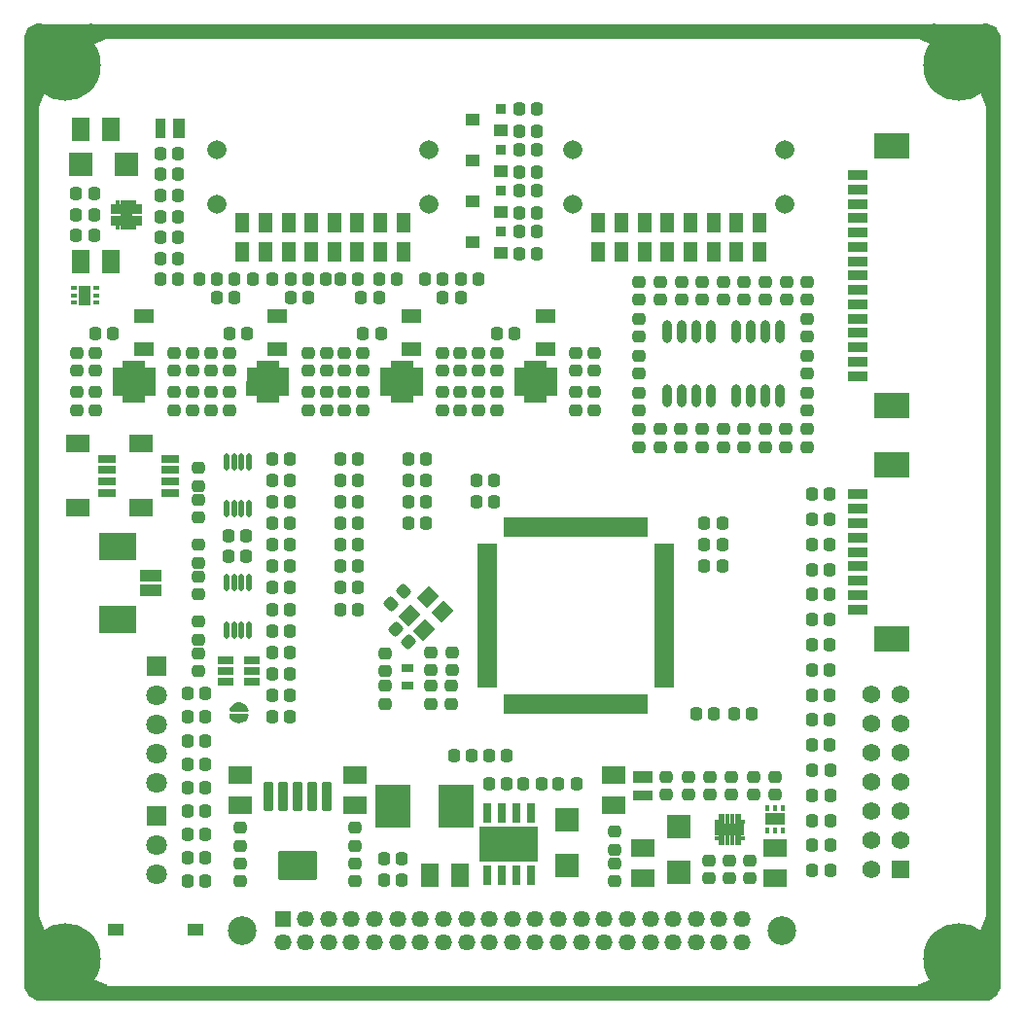
<source format=gts>
G04*
G04 #@! TF.GenerationSoftware,Altium Limited,Altium Designer,24.1.2 (44)*
G04*
G04 Layer_Color=8388736*
%FSLAX44Y44*%
%MOMM*%
G71*
G04*
G04 #@! TF.SameCoordinates,46EE98F9-B04D-4FF8-9067-437AE8063CF7*
G04*
G04*
G04 #@! TF.FilePolarity,Negative*
G04*
G01*
G75*
%ADD23C,1.2300*%
%ADD55R,0.9500X0.9000*%
G04:AMPARAMS|DCode=69|XSize=1.1532mm|YSize=1.0532mm|CornerRadius=0.3141mm|HoleSize=0mm|Usage=FLASHONLY|Rotation=180.000|XOffset=0mm|YOffset=0mm|HoleType=Round|Shape=RoundedRectangle|*
%AMROUNDEDRECTD69*
21,1,1.1532,0.4250,0,0,180.0*
21,1,0.5250,1.0532,0,0,180.0*
1,1,0.6282,-0.2625,0.2125*
1,1,0.6282,0.2625,0.2125*
1,1,0.6282,0.2625,-0.2125*
1,1,0.6282,-0.2625,-0.2125*
%
%ADD69ROUNDEDRECTD69*%
G04:AMPARAMS|DCode=70|XSize=1.1532mm|YSize=1.0532mm|CornerRadius=0.3141mm|HoleSize=0mm|Usage=FLASHONLY|Rotation=90.000|XOffset=0mm|YOffset=0mm|HoleType=Round|Shape=RoundedRectangle|*
%AMROUNDEDRECTD70*
21,1,1.1532,0.4250,0,0,90.0*
21,1,0.5250,1.0532,0,0,90.0*
1,1,0.6282,0.2125,0.2625*
1,1,0.6282,0.2125,-0.2625*
1,1,0.6282,-0.2125,-0.2625*
1,1,0.6282,-0.2125,0.2625*
%
%ADD70ROUNDEDRECTD70*%
%ADD71R,1.4032X1.0032*%
%ADD72R,1.4032X0.8032*%
%ADD73O,0.4500X1.5000*%
%ADD74R,1.7032X1.2032*%
%ADD75R,0.8532X0.4532*%
%ADD76R,0.4532X0.8532*%
%ADD77R,0.8532X0.4318*%
%ADD78R,0.9032X1.2032*%
%ADD79R,0.8532X0.5032*%
%ADD80O,0.8032X2.0032*%
%ADD81R,3.1532X3.7032*%
%ADD82R,0.5032X2.6032*%
%ADD83R,0.8532X0.5032*%
%ADD84R,1.6032X2.0032*%
%ADD85R,3.3020X2.4130*%
%ADD86R,1.9050X1.0160*%
%ADD87R,1.6494X0.7604*%
%ADD88R,2.1050X1.4954*%
%ADD89R,2.0032X1.6032*%
%ADD90R,1.7016X1.1016*%
%ADD91R,0.4016X0.5516*%
%ADD92R,2.0032X2.0032*%
%ADD93R,5.1032X3.1532*%
G04:AMPARAMS|DCode=94|XSize=0.9032mm|YSize=2.6032mm|CornerRadius=0.1506mm|HoleSize=0mm|Usage=FLASHONLY|Rotation=0.000|XOffset=0mm|YOffset=0mm|HoleType=Round|Shape=RoundedRectangle|*
%AMROUNDEDRECTD94*
21,1,0.9032,2.3020,0,0,0.0*
21,1,0.6020,2.6032,0,0,0.0*
1,1,0.3012,0.3010,-1.1510*
1,1,0.3012,-0.3010,-1.1510*
1,1,0.3012,-0.3010,1.1510*
1,1,0.3012,0.3010,1.1510*
%
%ADD94ROUNDEDRECTD94*%
G04:AMPARAMS|DCode=95|XSize=3.4032mm|YSize=2.6032mm|CornerRadius=0.1496mm|HoleSize=0mm|Usage=FLASHONLY|Rotation=0.000|XOffset=0mm|YOffset=0mm|HoleType=Round|Shape=RoundedRectangle|*
%AMROUNDEDRECTD95*
21,1,3.4032,2.3040,0,0,0.0*
21,1,3.1040,2.6032,0,0,0.0*
1,1,0.2992,1.5520,-1.1520*
1,1,0.2992,-1.5520,-1.1520*
1,1,0.2992,-1.5520,1.1520*
1,1,0.2992,1.5520,1.1520*
%
%ADD95ROUNDEDRECTD95*%
%ADD96R,1.7272X0.5334*%
%ADD97R,0.5334X1.7272*%
G04:AMPARAMS|DCode=98|XSize=1.3032mm|YSize=1.5032mm|CornerRadius=0mm|HoleSize=0mm|Usage=FLASHONLY|Rotation=135.000|XOffset=0mm|YOffset=0mm|HoleType=Round|Shape=Rectangle|*
%AMROTATEDRECTD98*
4,1,4,0.9922,0.0707,-0.0707,-0.9922,-0.9922,-0.0707,0.0707,0.9922,0.9922,0.0707,0.0*
%
%ADD98ROTATEDRECTD98*%

%ADD99R,1.2032X1.7032*%
%ADD100R,1.1532X1.1032*%
%ADD101R,1.7524X0.9524*%
%ADD102R,3.1524X2.2524*%
%ADD103R,1.1032X0.8032*%
%ADD104R,0.5516X0.4016*%
%ADD105R,1.1016X1.7016*%
%ADD106R,2.0032X2.0032*%
G04:AMPARAMS|DCode=107|XSize=1.1532mm|YSize=1.0532mm|CornerRadius=0.3141mm|HoleSize=0mm|Usage=FLASHONLY|Rotation=45.000|XOffset=0mm|YOffset=0mm|HoleType=Round|Shape=RoundedRectangle|*
%AMROUNDEDRECTD107*
21,1,1.1532,0.4250,0,0,45.0*
21,1,0.5250,1.0532,0,0,45.0*
1,1,0.6282,0.3359,0.0354*
1,1,0.6282,-0.0354,-0.3359*
1,1,0.6282,-0.3359,-0.0354*
1,1,0.6282,0.0354,0.3359*
%
%ADD107ROUNDEDRECTD107*%
G04:AMPARAMS|DCode=108|XSize=1.1532mm|YSize=1.0532mm|CornerRadius=0.3141mm|HoleSize=0mm|Usage=FLASHONLY|Rotation=315.000|XOffset=0mm|YOffset=0mm|HoleType=Round|Shape=RoundedRectangle|*
%AMROUNDEDRECTD108*
21,1,1.1532,0.4250,0,0,315.0*
21,1,0.5250,1.0532,0,0,315.0*
1,1,0.6282,0.0354,-0.3359*
1,1,0.6282,-0.3359,0.0354*
1,1,0.6282,-0.0354,0.3359*
1,1,0.6282,0.3359,-0.0354*
%
%ADD108ROUNDEDRECTD108*%
%ADD109R,1.7032X1.0032*%
%ADD110R,1.7032X0.9032*%
%ADD111R,2.6032X0.5032*%
%ADD112R,0.5032X0.8532*%
%ADD113R,1.0032X1.7032*%
%ADD114R,0.9032X1.7032*%
%ADD115C,2.5032*%
%ADD116R,1.4612X1.4612*%
%ADD117C,1.4612*%
%ADD118C,1.6612*%
%ADD119C,1.5732*%
%ADD120R,1.5732X1.5732*%
%ADD121C,1.8032*%
%ADD122R,1.8032X1.8032*%
%ADD123C,1.2032*%
%ADD124C,6.2032*%
G36*
X72652Y837497D02*
X60031Y831958D01*
X36000Y840539D01*
X16444Y833556D01*
X9461Y814000D01*
X18041Y789969D01*
X12503Y777348D01*
X203Y791409D01*
X5264Y814000D01*
X203Y836591D01*
X11965Y837935D01*
Y837959D01*
X12003Y837997D01*
X12077Y837997D01*
X13409Y849797D01*
X36000Y844736D01*
X58591Y849797D01*
X72652Y837497D01*
D02*
G37*
G36*
X837941Y838035D02*
X837959D01*
X837997Y837997D01*
X837997Y837914D01*
X849803Y836551D01*
X849736Y835727D01*
X849535Y834425D01*
X847394Y824422D01*
X844868Y814000D01*
X847394Y803578D01*
X849535Y793575D01*
X849736Y792273D01*
X849803Y791449D01*
X837503Y777355D01*
X831991Y789993D01*
X840533Y814000D01*
X834066Y832174D01*
X832200Y834040D01*
X814000Y840539D01*
X789968Y831958D01*
X777347Y837496D01*
X791408Y849797D01*
X814000Y844736D01*
X836592Y849797D01*
X837941Y838035D01*
D02*
G37*
G36*
X454968Y550608D02*
X463723Y550607D01*
Y526070D01*
X463714Y526061D01*
X454968D01*
X454972Y526057D01*
X454970Y519971D01*
X435443Y519972D01*
Y526070D01*
X426672Y526070D01*
X426697Y550609D01*
X435443Y550609D01*
Y556704D01*
X454968D01*
Y550608D01*
D02*
G37*
G36*
X338429D02*
X347184Y550607D01*
Y526070D01*
X347175Y526061D01*
X338429D01*
X338433Y526057D01*
X338431Y519971D01*
X318904Y519972D01*
Y526070D01*
X310133Y526070D01*
X310158Y550609D01*
X318904Y550609D01*
Y556704D01*
X338429D01*
Y550608D01*
D02*
G37*
G36*
X105350D02*
X114105Y550607D01*
Y526070D01*
X114096Y526061D01*
X105350D01*
X105354Y526057D01*
X105352Y519971D01*
X85826Y519972D01*
Y526070D01*
X77054Y526070D01*
X77079Y550609D01*
X85826Y550609D01*
Y556704D01*
X105350D01*
Y550608D01*
D02*
G37*
G36*
X221867Y550571D02*
X230623Y550570D01*
Y526033D01*
X230613Y526024D01*
X221867D01*
X221871Y526020D01*
X221870Y519934D01*
X202343Y519935D01*
Y526033D01*
X193571Y526033D01*
X193596Y550572D01*
X202343Y550572D01*
Y556667D01*
X221867D01*
Y550571D01*
D02*
G37*
G36*
X187517Y259100D02*
X187520Y259100D01*
X187583Y259095D01*
X187646Y259091D01*
X187649Y259090D01*
X187652Y259090D01*
X188672Y258950D01*
X188675Y258949D01*
X188678Y258949D01*
X188740Y258936D01*
X188802Y258923D01*
X188805Y258922D01*
X188808Y258922D01*
X189798Y258643D01*
X189801Y258642D01*
X189804Y258641D01*
X189864Y258620D01*
X189924Y258599D01*
X189927Y258598D01*
X189930Y258596D01*
X190873Y258186D01*
X190875Y258184D01*
X190878Y258183D01*
X190934Y258154D01*
X190991Y258125D01*
X190994Y258123D01*
X190996Y258121D01*
X191874Y257586D01*
X191877Y257584D01*
X191880Y257582D01*
X191931Y257546D01*
X191983Y257509D01*
X191986Y257507D01*
X191988Y257505D01*
X192785Y256854D01*
X192787Y256852D01*
X192790Y256851D01*
X192836Y256807D01*
X192882Y256764D01*
X192884Y256761D01*
X192887Y256759D01*
X193587Y256006D01*
X193589Y256004D01*
X193591Y256001D01*
X193631Y255952D01*
X193671Y255903D01*
X193673Y255900D01*
X193675Y255898D01*
X194266Y255056D01*
X194268Y255053D01*
X194270Y255051D01*
X194303Y254995D01*
X194335Y254942D01*
X194336Y254939D01*
X194338Y254937D01*
X194809Y254022D01*
X194810Y254019D01*
X194811Y254016D01*
X194836Y253960D01*
X194862Y253900D01*
X194863Y253897D01*
X194864Y253894D01*
X195205Y252924D01*
X195206Y252921D01*
X195207Y252918D01*
X195224Y252856D01*
X195241Y252795D01*
X195242Y252792D01*
X195242Y252789D01*
X195345Y252285D01*
X195350Y252250D01*
X195357Y252215D01*
X195359Y252184D01*
X195363Y252153D01*
X195364Y252118D01*
X195366Y252082D01*
X195364Y252051D01*
X195364Y252020D01*
X195359Y251984D01*
X195357Y251949D01*
X195351Y251919D01*
X195347Y251888D01*
X195338Y251853D01*
X195331Y251818D01*
X195321Y251789D01*
X195313Y251759D01*
X195300Y251726D01*
X195288Y251692D01*
X195275Y251664D01*
X195263Y251636D01*
X195245Y251605D01*
X195229Y251573D01*
X195212Y251547D01*
X195197Y251520D01*
X195175Y251492D01*
X195155Y251462D01*
X195135Y251439D01*
X195117Y251414D01*
X195091Y251389D01*
X195068Y251362D01*
X195044Y251341D01*
X195023Y251320D01*
X194995Y251298D01*
X194967Y251274D01*
X194942Y251257D01*
X194918Y251238D01*
X194886Y251220D01*
X194857Y251200D01*
X194829Y251186D01*
X194803Y251171D01*
X194769Y251157D01*
X194737Y251141D01*
X194708Y251131D01*
X194680Y251119D01*
X194645Y251110D01*
X194611Y251098D01*
X194581Y251092D01*
X194551Y251084D01*
X194516Y251079D01*
X194481Y251072D01*
X194450Y251070D01*
X194419Y251066D01*
X194384Y251066D01*
X194348Y251063D01*
X179651Y251063D01*
X179614Y251066D01*
X179579Y251066D01*
X179549Y251070D01*
X179518Y251072D01*
X179482Y251079D01*
X179447Y251084D01*
X179418Y251092D01*
X179387Y251098D01*
X179353Y251110D01*
X179319Y251119D01*
X179291Y251131D01*
X179261Y251141D01*
X179228Y251157D01*
X179196Y251171D01*
X179170Y251186D01*
X179142Y251200D01*
X179111Y251220D01*
X179081Y251238D01*
X179057Y251257D01*
X179031Y251274D01*
X179007Y251294D01*
X179004Y251298D01*
X178976Y251320D01*
X178954Y251341D01*
X178931Y251362D01*
X178907Y251389D01*
X178882Y251414D01*
X178863Y251439D01*
X178843Y251462D01*
X178823Y251492D01*
X178801Y251520D01*
X178786Y251547D01*
X178769Y251572D01*
X178753Y251605D01*
X178735Y251636D01*
X178724Y251664D01*
X178710Y251692D01*
X178698Y251726D01*
X178685Y251759D01*
X178677Y251789D01*
X178667Y251818D01*
X178660Y251853D01*
X178651Y251888D01*
X178647Y251919D01*
X178641Y251949D01*
X178639Y251985D01*
X178634Y252020D01*
X178634Y252051D01*
X178633Y252082D01*
Y252082D01*
X178635Y252118D01*
X178635Y252153D01*
X178639Y252184D01*
X178641Y252215D01*
X178648Y252250D01*
X178653Y252285D01*
X178756Y252789D01*
X178757Y252792D01*
X178757Y252795D01*
X178774Y252856D01*
X178791Y252918D01*
X178792Y252921D01*
X178793Y252924D01*
X179135Y253894D01*
X179136Y253897D01*
X179137Y253900D01*
X179162Y253959D01*
X179187Y254016D01*
X179188Y254019D01*
X179190Y254022D01*
X179660Y254937D01*
X179662Y254939D01*
X179663Y254942D01*
X179697Y254997D01*
X179729Y255051D01*
X179731Y255053D01*
X179732Y255056D01*
X180324Y255898D01*
X180326Y255900D01*
X180327Y255903D01*
X180368Y255953D01*
X180407Y256001D01*
X180409Y256003D01*
X180411Y256006D01*
X181112Y256759D01*
X181114Y256761D01*
X181116Y256764D01*
X181164Y256808D01*
X181209Y256851D01*
X181211Y256852D01*
X181213Y256854D01*
X182010Y257505D01*
X182013Y257507D01*
X182015Y257509D01*
X182068Y257546D01*
X182119Y257582D01*
X182121Y257584D01*
X182124Y257586D01*
X183002Y258121D01*
X183005Y258123D01*
X183007Y258125D01*
X183062Y258153D01*
X183120Y258183D01*
X183123Y258184D01*
X183126Y258186D01*
X184069Y258596D01*
X184072Y258598D01*
X184074Y258599D01*
X184137Y258621D01*
X184194Y258641D01*
X184197Y258642D01*
X184200Y258643D01*
X185190Y258922D01*
X185194Y258922D01*
X185196Y258923D01*
X185258Y258936D01*
X185321Y258949D01*
X185324Y258949D01*
X185327Y258950D01*
X186346Y259090D01*
X186349Y259090D01*
X186352Y259091D01*
X186415Y259095D01*
X186479Y259100D01*
X186482Y259100D01*
X186485Y259100D01*
X187514D01*
X187517Y259100D01*
D02*
G37*
G36*
X194387Y248937D02*
X194423Y248937D01*
X194453Y248933D01*
X194484Y248931D01*
X194519Y248924D01*
X194555Y248919D01*
X194584Y248911D01*
X194614Y248905D01*
X194649Y248893D01*
X194683Y248884D01*
X194711Y248872D01*
X194741Y248862D01*
X194773Y248846D01*
X194806Y248832D01*
X194832Y248817D01*
X194860Y248803D01*
X194890Y248783D01*
X194921Y248765D01*
X194945Y248747D01*
X194971Y248729D01*
X194998Y248705D01*
X195026Y248684D01*
X195047Y248662D01*
X195071Y248642D01*
X195095Y248614D01*
X195120Y248589D01*
X195138Y248565D01*
X195159Y248542D01*
X195179Y248511D01*
X195200Y248483D01*
X195215Y248456D01*
X195233Y248431D01*
X195249Y248398D01*
X195266Y248367D01*
X195278Y248339D01*
X195292Y248311D01*
X195303Y248277D01*
X195317Y248244D01*
X195324Y248214D01*
X195334Y248185D01*
X195341Y248150D01*
X195350Y248115D01*
X195354Y248085D01*
X195360Y248055D01*
X195363Y248019D01*
X195367Y247983D01*
X195367Y247952D01*
X195369Y247922D01*
Y247922D01*
X195367Y247886D01*
X195367Y247850D01*
X195362Y247819D01*
X195360Y247789D01*
X195353Y247754D01*
X195348Y247718D01*
X195246Y247214D01*
X195245Y247211D01*
X195244Y247208D01*
X195227Y247147D01*
X195211Y247086D01*
X195209Y247083D01*
X195208Y247080D01*
X194867Y246109D01*
X194866Y246106D01*
X194865Y246104D01*
X194839Y246044D01*
X194815Y245987D01*
X194813Y245984D01*
X194812Y245981D01*
X194341Y245067D01*
X194340Y245064D01*
X194338Y245061D01*
X194305Y245006D01*
X194273Y244953D01*
X194271Y244950D01*
X194269Y244947D01*
X193678Y244106D01*
X193676Y244103D01*
X193675Y244101D01*
X193634Y244051D01*
X193595Y244002D01*
X193592Y244000D01*
X193590Y243997D01*
X192890Y243244D01*
X192888Y243242D01*
X192886Y243240D01*
X192838Y243195D01*
X192793Y243153D01*
X192791Y243151D01*
X192788Y243149D01*
X191991Y242498D01*
X191989Y242496D01*
X191987Y242494D01*
X191934Y242457D01*
X191883Y242421D01*
X191880Y242419D01*
X191878Y242418D01*
X191000Y241882D01*
X190997Y241880D01*
X190994Y241879D01*
X190939Y241850D01*
X190882Y241820D01*
X190879Y241819D01*
X190876Y241818D01*
X189933Y241407D01*
X189930Y241406D01*
X189927Y241404D01*
X189865Y241383D01*
X189807Y241362D01*
X189805Y241361D01*
X189802Y241360D01*
X188811Y241082D01*
X188808Y241081D01*
X188805Y241080D01*
X188743Y241068D01*
X188681Y241054D01*
X188678Y241054D01*
X188675Y241053D01*
X187656Y240913D01*
X187653Y240913D01*
X187650Y240912D01*
X187586Y240908D01*
X187523Y240903D01*
X187520Y240904D01*
X187517Y240903D01*
X186488D01*
X186485Y240904D01*
X186482Y240903D01*
X186418Y240908D01*
X186355Y240912D01*
X186352Y240913D01*
X186349Y240913D01*
X185330Y241053D01*
X185327Y241054D01*
X185324Y241054D01*
X185262Y241067D01*
X185200Y241080D01*
X185197Y241081D01*
X185194Y241082D01*
X184203Y241360D01*
X184200Y241361D01*
X184197Y241362D01*
X184138Y241383D01*
X184078Y241404D01*
X184075Y241406D01*
X184072Y241407D01*
X183129Y241818D01*
X183126Y241819D01*
X183123Y241820D01*
X183067Y241849D01*
X183011Y241879D01*
X183008Y241880D01*
X183005Y241882D01*
X182127Y242418D01*
X182125Y242419D01*
X182122Y242421D01*
X182070Y242458D01*
X182018Y242494D01*
X182016Y242496D01*
X182013Y242498D01*
X181217Y243149D01*
X181214Y243151D01*
X181212Y243153D01*
X181166Y243196D01*
X181119Y243240D01*
X181117Y243242D01*
X181115Y243244D01*
X180415Y243997D01*
X180413Y244000D01*
X180410Y244002D01*
X180370Y244052D01*
X180330Y244101D01*
X180329Y244103D01*
X180327Y244106D01*
X179736Y244947D01*
X179734Y244950D01*
X179732Y244953D01*
X179699Y245008D01*
X179666Y245061D01*
X179665Y245064D01*
X179664Y245067D01*
X179193Y245981D01*
X179192Y245984D01*
X179190Y245987D01*
X179166Y246043D01*
X179140Y246104D01*
X179139Y246107D01*
X179138Y246109D01*
X178796Y247080D01*
X178796Y247083D01*
X178794Y247086D01*
X178778Y247147D01*
X178761Y247208D01*
X178760Y247211D01*
X178759Y247214D01*
X178656Y247718D01*
X178652Y247754D01*
X178645Y247789D01*
X178643Y247819D01*
X178638Y247850D01*
X178638Y247886D01*
X178636Y247922D01*
X178638Y247952D01*
X178638Y247983D01*
X178642Y248019D01*
X178645Y248055D01*
X178650Y248085D01*
X178654Y248115D01*
X178664Y248150D01*
X178671Y248185D01*
X178680Y248214D01*
X178688Y248244D01*
X178702Y248277D01*
X178713Y248311D01*
X178727Y248339D01*
X178739Y248367D01*
X178756Y248398D01*
X178772Y248431D01*
X178789Y248456D01*
X178804Y248483D01*
X178826Y248512D01*
X178846Y248541D01*
X178866Y248564D01*
X178885Y248589D01*
X178910Y248615D01*
X178934Y248642D01*
X178957Y248662D01*
X178979Y248684D01*
X179007Y248706D01*
X179034Y248729D01*
X179060Y248746D01*
X179084Y248765D01*
X179115Y248784D01*
X179145Y248803D01*
X179172Y248817D01*
X179199Y248832D01*
X179232Y248846D01*
X179264Y248862D01*
X179293Y248872D01*
X179322Y248884D01*
X179357Y248894D01*
X179390Y248905D01*
X179421Y248911D01*
X179450Y248919D01*
X179486Y248924D01*
X179521Y248931D01*
X179552Y248933D01*
X179582Y248937D01*
X179618Y248937D01*
X179654Y248940D01*
X194351Y248940D01*
X194387Y248937D01*
D02*
G37*
G36*
X444455Y171018D02*
X444475D01*
X444505Y171008D01*
X444525D01*
X444555Y170998D01*
X444575Y170987D01*
X444605Y170978D01*
X444625Y170958D01*
X444645Y170948D01*
X444665Y170928D01*
X444685Y170918D01*
X444705Y170898D01*
X444725Y170878D01*
X444745Y170858D01*
X444765Y170838D01*
X444775Y170818D01*
X444795Y170798D01*
X444805Y170778D01*
X444825Y170758D01*
X444835Y170728D01*
X444845Y170708D01*
X444855Y170678D01*
Y170658D01*
X444865Y170627D01*
Y170608D01*
X444875Y170578D01*
Y154578D01*
X444865Y154548D01*
Y154528D01*
X444855Y154498D01*
Y154478D01*
X444845Y154447D01*
X444835Y154428D01*
X444825Y154398D01*
X444805Y154377D01*
X444795Y154358D01*
X444775Y154338D01*
X444765Y154318D01*
X444745Y154298D01*
X444725Y154277D01*
X444705Y154258D01*
X444685Y154238D01*
X444665Y154228D01*
X444645Y154208D01*
X444625Y154198D01*
X444605Y154178D01*
X444575Y154168D01*
X444555Y154158D01*
X444525Y154148D01*
X444505D01*
X444475Y154138D01*
X444455D01*
X444425Y154128D01*
X437925D01*
X437895Y154138D01*
X437875D01*
X437845Y154148D01*
X437825D01*
X437795Y154158D01*
X437775Y154168D01*
X437745Y154178D01*
X437725Y154198D01*
X437705Y154208D01*
X437685Y154228D01*
X437665Y154238D01*
X437645Y154258D01*
X437625Y154277D01*
X437605Y154298D01*
X437585Y154318D01*
X437575Y154338D01*
X437555Y154358D01*
X437545Y154377D01*
X437525Y154398D01*
X437515Y154428D01*
X437505Y154447D01*
X437495Y154478D01*
Y154498D01*
X437485Y154528D01*
Y154548D01*
X437475Y154578D01*
Y170578D01*
X437485Y170608D01*
Y170627D01*
X437495Y170658D01*
Y170678D01*
X437505Y170708D01*
X437515Y170728D01*
X437525Y170758D01*
X437545Y170778D01*
X437555Y170798D01*
X437575Y170818D01*
X437585Y170838D01*
X437605Y170858D01*
X437625Y170878D01*
X437645Y170898D01*
X437665Y170918D01*
X437685Y170928D01*
X437705Y170948D01*
X437725Y170958D01*
X437745Y170978D01*
X437775Y170987D01*
X437795Y170998D01*
X437825Y171008D01*
X437845D01*
X437875Y171018D01*
X437895D01*
X437925Y171028D01*
X444425D01*
X444455Y171018D01*
D02*
G37*
G36*
X431755D02*
X431775D01*
X431805Y171008D01*
X431825D01*
X431855Y170998D01*
X431875Y170987D01*
X431905Y170978D01*
X431925Y170958D01*
X431945Y170948D01*
X431965Y170928D01*
X431985Y170918D01*
X432005Y170898D01*
X432025Y170878D01*
X432045Y170858D01*
X432065Y170838D01*
X432075Y170818D01*
X432095Y170798D01*
X432105Y170778D01*
X432125Y170758D01*
X432135Y170728D01*
X432145Y170708D01*
X432155Y170678D01*
Y170658D01*
X432165Y170627D01*
Y170608D01*
X432175Y170578D01*
Y154578D01*
X432165Y154548D01*
Y154528D01*
X432155Y154498D01*
Y154478D01*
X432145Y154447D01*
X432135Y154428D01*
X432125Y154398D01*
X432105Y154377D01*
X432095Y154358D01*
X432075Y154338D01*
X432065Y154318D01*
X432045Y154298D01*
X432025Y154277D01*
X432005Y154258D01*
X431985Y154238D01*
X431965Y154228D01*
X431945Y154208D01*
X431925Y154198D01*
X431905Y154178D01*
X431875Y154168D01*
X431855Y154158D01*
X431825Y154148D01*
X431805D01*
X431775Y154138D01*
X431755D01*
X431725Y154128D01*
X425225D01*
X425195Y154138D01*
X425175D01*
X425145Y154148D01*
X425125D01*
X425095Y154158D01*
X425075Y154168D01*
X425045Y154178D01*
X425025Y154198D01*
X425005Y154208D01*
X424985Y154228D01*
X424965Y154238D01*
X424945Y154258D01*
X424925Y154277D01*
X424905Y154298D01*
X424885Y154318D01*
X424875Y154338D01*
X424855Y154358D01*
X424845Y154377D01*
X424825Y154398D01*
X424815Y154428D01*
X424805Y154447D01*
X424795Y154478D01*
Y154498D01*
X424785Y154528D01*
Y154548D01*
X424775Y154578D01*
Y170578D01*
X424785Y170608D01*
Y170627D01*
X424795Y170658D01*
Y170678D01*
X424805Y170708D01*
X424815Y170728D01*
X424825Y170758D01*
X424845Y170778D01*
X424855Y170798D01*
X424875Y170818D01*
X424885Y170838D01*
X424905Y170858D01*
X424925Y170878D01*
X424945Y170898D01*
X424965Y170918D01*
X424985Y170928D01*
X425005Y170948D01*
X425025Y170958D01*
X425045Y170978D01*
X425075Y170987D01*
X425095Y170998D01*
X425125Y171008D01*
X425145D01*
X425175Y171018D01*
X425195D01*
X425225Y171028D01*
X431725D01*
X431755Y171018D01*
D02*
G37*
G36*
X419055D02*
X419075D01*
X419105Y171008D01*
X419125D01*
X419155Y170998D01*
X419175Y170987D01*
X419205Y170978D01*
X419225Y170958D01*
X419245Y170948D01*
X419265Y170928D01*
X419285Y170918D01*
X419305Y170898D01*
X419325Y170878D01*
X419345Y170858D01*
X419365Y170838D01*
X419375Y170818D01*
X419395Y170798D01*
X419405Y170778D01*
X419425Y170758D01*
X419435Y170728D01*
X419445Y170708D01*
X419455Y170678D01*
Y170658D01*
X419465Y170627D01*
Y170608D01*
X419475Y170578D01*
Y154578D01*
X419465Y154548D01*
Y154528D01*
X419455Y154498D01*
Y154478D01*
X419445Y154447D01*
X419435Y154428D01*
X419425Y154398D01*
X419405Y154377D01*
X419395Y154358D01*
X419375Y154338D01*
X419365Y154318D01*
X419345Y154298D01*
X419325Y154277D01*
X419305Y154258D01*
X419285Y154238D01*
X419265Y154228D01*
X419245Y154208D01*
X419225Y154198D01*
X419205Y154178D01*
X419175Y154168D01*
X419155Y154158D01*
X419125Y154148D01*
X419105D01*
X419075Y154138D01*
X419055D01*
X419025Y154128D01*
X412525D01*
X412495Y154138D01*
X412475D01*
X412445Y154148D01*
X412425D01*
X412395Y154158D01*
X412375Y154168D01*
X412345Y154178D01*
X412325Y154198D01*
X412305Y154208D01*
X412285Y154228D01*
X412265Y154238D01*
X412245Y154258D01*
X412225Y154277D01*
X412205Y154298D01*
X412185Y154318D01*
X412175Y154338D01*
X412155Y154358D01*
X412145Y154377D01*
X412125Y154398D01*
X412115Y154428D01*
X412105Y154447D01*
X412095Y154478D01*
Y154498D01*
X412085Y154528D01*
Y154548D01*
X412075Y154578D01*
Y170578D01*
X412085Y170608D01*
Y170627D01*
X412095Y170658D01*
Y170678D01*
X412105Y170708D01*
X412115Y170728D01*
X412125Y170758D01*
X412145Y170778D01*
X412155Y170798D01*
X412175Y170818D01*
X412185Y170838D01*
X412205Y170858D01*
X412225Y170878D01*
X412245Y170898D01*
X412265Y170918D01*
X412285Y170928D01*
X412305Y170948D01*
X412325Y170958D01*
X412345Y170978D01*
X412375Y170987D01*
X412395Y170998D01*
X412425Y171008D01*
X412445D01*
X412475Y171018D01*
X412495D01*
X412525Y171028D01*
X419025D01*
X419055Y171018D01*
D02*
G37*
G36*
X406355D02*
X406375D01*
X406405Y171008D01*
X406425D01*
X406455Y170998D01*
X406475Y170987D01*
X406505Y170978D01*
X406525Y170958D01*
X406545Y170948D01*
X406565Y170928D01*
X406585Y170918D01*
X406605Y170898D01*
X406625Y170878D01*
X406645Y170858D01*
X406665Y170838D01*
X406675Y170818D01*
X406695Y170798D01*
X406705Y170778D01*
X406725Y170758D01*
X406735Y170728D01*
X406745Y170708D01*
X406755Y170678D01*
Y170658D01*
X406765Y170627D01*
Y170608D01*
X406775Y170578D01*
Y154578D01*
X406765Y154548D01*
Y154528D01*
X406755Y154498D01*
Y154478D01*
X406745Y154447D01*
X406735Y154428D01*
X406725Y154398D01*
X406705Y154377D01*
X406695Y154358D01*
X406675Y154338D01*
X406665Y154318D01*
X406645Y154298D01*
X406625Y154277D01*
X406605Y154258D01*
X406585Y154238D01*
X406565Y154228D01*
X406545Y154208D01*
X406525Y154198D01*
X406505Y154178D01*
X406475Y154168D01*
X406455Y154158D01*
X406425Y154148D01*
X406405D01*
X406375Y154138D01*
X406355D01*
X406325Y154128D01*
X399825D01*
X399795Y154138D01*
X399775D01*
X399745Y154148D01*
X399725D01*
X399695Y154158D01*
X399675Y154168D01*
X399645Y154178D01*
X399625Y154198D01*
X399605Y154208D01*
X399585Y154228D01*
X399565Y154238D01*
X399545Y154258D01*
X399525Y154277D01*
X399505Y154298D01*
X399485Y154318D01*
X399475Y154338D01*
X399455Y154358D01*
X399445Y154377D01*
X399425Y154398D01*
X399415Y154428D01*
X399405Y154447D01*
X399395Y154478D01*
Y154498D01*
X399385Y154528D01*
Y154548D01*
X399375Y154578D01*
Y170578D01*
X399385Y170608D01*
Y170627D01*
X399395Y170658D01*
Y170678D01*
X399405Y170708D01*
X399415Y170728D01*
X399425Y170758D01*
X399445Y170778D01*
X399455Y170798D01*
X399475Y170818D01*
X399485Y170838D01*
X399505Y170858D01*
X399525Y170878D01*
X399545Y170898D01*
X399565Y170918D01*
X399585Y170928D01*
X399605Y170948D01*
X399625Y170958D01*
X399645Y170978D01*
X399675Y170987D01*
X399695Y170998D01*
X399725Y171008D01*
X399745D01*
X399775Y171018D01*
X399795D01*
X399825Y171028D01*
X406325D01*
X406355Y171018D01*
D02*
G37*
G36*
X437625Y122578D02*
X406625D01*
Y148578D01*
X437625D01*
Y122578D01*
D02*
G37*
G36*
X444455Y117017D02*
X444475D01*
X444505Y117008D01*
X444525D01*
X444555Y116998D01*
X444575Y116987D01*
X444605Y116978D01*
X444625Y116958D01*
X444645Y116947D01*
X444665Y116928D01*
X444685Y116917D01*
X444705Y116898D01*
X444725Y116878D01*
X444745Y116858D01*
X444765Y116838D01*
X444775Y116818D01*
X444795Y116798D01*
X444805Y116778D01*
X444825Y116758D01*
X444835Y116728D01*
X444845Y116708D01*
X444855Y116678D01*
Y116658D01*
X444865Y116628D01*
Y116608D01*
X444875Y116578D01*
Y100577D01*
X444865Y100548D01*
Y100528D01*
X444855Y100498D01*
Y100478D01*
X444845Y100448D01*
X444835Y100428D01*
X444825Y100398D01*
X444805Y100378D01*
X444795Y100358D01*
X444775Y100337D01*
X444765Y100318D01*
X444745Y100298D01*
X444725Y100278D01*
X444705Y100258D01*
X444685Y100238D01*
X444665Y100228D01*
X444645Y100208D01*
X444625Y100198D01*
X444605Y100177D01*
X444575Y100168D01*
X444555Y100158D01*
X444525Y100148D01*
X444505D01*
X444475Y100138D01*
X444455D01*
X444425Y100128D01*
X437925D01*
X437895Y100138D01*
X437875D01*
X437845Y100148D01*
X437825D01*
X437795Y100158D01*
X437775Y100168D01*
X437745Y100177D01*
X437725Y100198D01*
X437705Y100208D01*
X437685Y100228D01*
X437665Y100238D01*
X437645Y100258D01*
X437625Y100278D01*
X437605Y100298D01*
X437585Y100318D01*
X437575Y100337D01*
X437555Y100358D01*
X437545Y100378D01*
X437525Y100398D01*
X437515Y100428D01*
X437505Y100448D01*
X437495Y100478D01*
Y100498D01*
X437485Y100528D01*
Y100548D01*
X437475Y100577D01*
Y116578D01*
X437485Y116608D01*
Y116628D01*
X437495Y116658D01*
Y116678D01*
X437505Y116708D01*
X437515Y116728D01*
X437525Y116758D01*
X437545Y116778D01*
X437555Y116798D01*
X437575Y116818D01*
X437585Y116838D01*
X437605Y116858D01*
X437625Y116878D01*
X437645Y116898D01*
X437665Y116917D01*
X437685Y116928D01*
X437705Y116947D01*
X437725Y116958D01*
X437745Y116978D01*
X437775Y116987D01*
X437795Y116998D01*
X437825Y117008D01*
X437845D01*
X437875Y117017D01*
X437895D01*
X437925Y117028D01*
X444425D01*
X444455Y117017D01*
D02*
G37*
G36*
X431755D02*
X431775D01*
X431805Y117008D01*
X431825D01*
X431855Y116998D01*
X431875Y116987D01*
X431905Y116978D01*
X431925Y116958D01*
X431945Y116947D01*
X431965Y116928D01*
X431985Y116917D01*
X432005Y116898D01*
X432025Y116878D01*
X432045Y116858D01*
X432065Y116838D01*
X432075Y116818D01*
X432095Y116798D01*
X432105Y116778D01*
X432125Y116758D01*
X432135Y116728D01*
X432145Y116708D01*
X432155Y116678D01*
Y116658D01*
X432165Y116628D01*
Y116608D01*
X432175Y116578D01*
Y100577D01*
X432165Y100548D01*
Y100528D01*
X432155Y100498D01*
Y100478D01*
X432145Y100448D01*
X432135Y100428D01*
X432125Y100398D01*
X432105Y100378D01*
X432095Y100358D01*
X432075Y100337D01*
X432065Y100318D01*
X432045Y100298D01*
X432025Y100278D01*
X432005Y100258D01*
X431985Y100238D01*
X431965Y100228D01*
X431945Y100208D01*
X431925Y100198D01*
X431905Y100177D01*
X431875Y100168D01*
X431855Y100158D01*
X431825Y100148D01*
X431805D01*
X431775Y100138D01*
X431755D01*
X431725Y100128D01*
X425225D01*
X425195Y100138D01*
X425175D01*
X425145Y100148D01*
X425125D01*
X425095Y100158D01*
X425075Y100168D01*
X425045Y100177D01*
X425025Y100198D01*
X425005Y100208D01*
X424985Y100228D01*
X424965Y100238D01*
X424945Y100258D01*
X424925Y100278D01*
X424905Y100298D01*
X424885Y100318D01*
X424875Y100337D01*
X424855Y100358D01*
X424845Y100378D01*
X424825Y100398D01*
X424815Y100428D01*
X424805Y100448D01*
X424795Y100478D01*
Y100498D01*
X424785Y100528D01*
Y100548D01*
X424775Y100577D01*
Y116578D01*
X424785Y116608D01*
Y116628D01*
X424795Y116658D01*
Y116678D01*
X424805Y116708D01*
X424815Y116728D01*
X424825Y116758D01*
X424845Y116778D01*
X424855Y116798D01*
X424875Y116818D01*
X424885Y116838D01*
X424905Y116858D01*
X424925Y116878D01*
X424945Y116898D01*
X424965Y116917D01*
X424985Y116928D01*
X425005Y116947D01*
X425025Y116958D01*
X425045Y116978D01*
X425075Y116987D01*
X425095Y116998D01*
X425125Y117008D01*
X425145D01*
X425175Y117017D01*
X425195D01*
X425225Y117028D01*
X431725D01*
X431755Y117017D01*
D02*
G37*
G36*
X419055D02*
X419075D01*
X419105Y117008D01*
X419125D01*
X419155Y116998D01*
X419175Y116987D01*
X419205Y116978D01*
X419225Y116958D01*
X419245Y116947D01*
X419265Y116928D01*
X419285Y116917D01*
X419305Y116898D01*
X419325Y116878D01*
X419345Y116858D01*
X419365Y116838D01*
X419375Y116818D01*
X419395Y116798D01*
X419405Y116778D01*
X419425Y116758D01*
X419435Y116728D01*
X419445Y116708D01*
X419455Y116678D01*
Y116658D01*
X419465Y116628D01*
Y116608D01*
X419475Y116578D01*
Y100577D01*
X419465Y100548D01*
Y100528D01*
X419455Y100498D01*
Y100478D01*
X419445Y100448D01*
X419435Y100428D01*
X419425Y100398D01*
X419405Y100378D01*
X419395Y100358D01*
X419375Y100337D01*
X419365Y100318D01*
X419345Y100298D01*
X419325Y100278D01*
X419305Y100258D01*
X419285Y100238D01*
X419265Y100228D01*
X419245Y100208D01*
X419225Y100198D01*
X419205Y100177D01*
X419175Y100168D01*
X419155Y100158D01*
X419125Y100148D01*
X419105D01*
X419075Y100138D01*
X419055D01*
X419025Y100128D01*
X412525D01*
X412495Y100138D01*
X412475D01*
X412445Y100148D01*
X412425D01*
X412395Y100158D01*
X412375Y100168D01*
X412345Y100177D01*
X412325Y100198D01*
X412305Y100208D01*
X412285Y100228D01*
X412265Y100238D01*
X412245Y100258D01*
X412225Y100278D01*
X412205Y100298D01*
X412185Y100318D01*
X412175Y100337D01*
X412155Y100358D01*
X412145Y100378D01*
X412125Y100398D01*
X412115Y100428D01*
X412105Y100448D01*
X412095Y100478D01*
Y100498D01*
X412085Y100528D01*
Y100548D01*
X412075Y100577D01*
Y116578D01*
X412085Y116608D01*
Y116628D01*
X412095Y116658D01*
Y116678D01*
X412105Y116708D01*
X412115Y116728D01*
X412125Y116758D01*
X412145Y116778D01*
X412155Y116798D01*
X412175Y116818D01*
X412185Y116838D01*
X412205Y116858D01*
X412225Y116878D01*
X412245Y116898D01*
X412265Y116917D01*
X412285Y116928D01*
X412305Y116947D01*
X412325Y116958D01*
X412345Y116978D01*
X412375Y116987D01*
X412395Y116998D01*
X412425Y117008D01*
X412445D01*
X412475Y117017D01*
X412495D01*
X412525Y117028D01*
X419025D01*
X419055Y117017D01*
D02*
G37*
G36*
X406355D02*
X406375D01*
X406405Y117008D01*
X406425D01*
X406455Y116998D01*
X406475Y116987D01*
X406505Y116978D01*
X406525Y116958D01*
X406545Y116947D01*
X406565Y116928D01*
X406585Y116917D01*
X406605Y116898D01*
X406625Y116878D01*
X406645Y116858D01*
X406665Y116838D01*
X406675Y116818D01*
X406695Y116798D01*
X406705Y116778D01*
X406725Y116758D01*
X406735Y116728D01*
X406745Y116708D01*
X406755Y116678D01*
Y116658D01*
X406765Y116628D01*
Y116608D01*
X406775Y116578D01*
Y100577D01*
X406765Y100548D01*
Y100528D01*
X406755Y100498D01*
Y100478D01*
X406745Y100448D01*
X406735Y100428D01*
X406725Y100398D01*
X406705Y100378D01*
X406695Y100358D01*
X406675Y100337D01*
X406665Y100318D01*
X406645Y100298D01*
X406625Y100278D01*
X406605Y100258D01*
X406585Y100238D01*
X406565Y100228D01*
X406545Y100208D01*
X406525Y100198D01*
X406505Y100177D01*
X406475Y100168D01*
X406455Y100158D01*
X406425Y100148D01*
X406405D01*
X406375Y100138D01*
X406355D01*
X406325Y100128D01*
X399825D01*
X399795Y100138D01*
X399775D01*
X399745Y100148D01*
X399725D01*
X399695Y100158D01*
X399675Y100168D01*
X399645Y100177D01*
X399625Y100198D01*
X399605Y100208D01*
X399585Y100228D01*
X399565Y100238D01*
X399545Y100258D01*
X399525Y100278D01*
X399505Y100298D01*
X399485Y100318D01*
X399475Y100337D01*
X399455Y100358D01*
X399445Y100378D01*
X399425Y100398D01*
X399415Y100428D01*
X399405Y100448D01*
X399395Y100478D01*
Y100498D01*
X399385Y100528D01*
Y100548D01*
X399375Y100577D01*
Y116578D01*
X399385Y116608D01*
Y116628D01*
X399395Y116658D01*
Y116678D01*
X399405Y116708D01*
X399415Y116728D01*
X399425Y116758D01*
X399445Y116778D01*
X399455Y116798D01*
X399475Y116818D01*
X399485Y116838D01*
X399505Y116858D01*
X399525Y116878D01*
X399545Y116898D01*
X399565Y116917D01*
X399585Y116928D01*
X399605Y116947D01*
X399625Y116958D01*
X399645Y116978D01*
X399675Y116987D01*
X399695Y116998D01*
X399725Y117008D01*
X399745D01*
X399775Y117017D01*
X399795D01*
X399825Y117028D01*
X406325D01*
X406355Y117017D01*
D02*
G37*
G36*
X849803Y58551D02*
X849736Y57728D01*
X849535Y56425D01*
X847394Y46423D01*
X844868Y36000D01*
X847394Y25577D01*
X849535Y15575D01*
X849736Y14272D01*
X849803Y13449D01*
X838035Y12060D01*
Y12041D01*
X837997Y12003D01*
X837563Y12004D01*
X837503Y11997D01*
X837502Y12004D01*
X833882Y12011D01*
Y197D01*
X832684Y268D01*
X831117Y480D01*
X826880Y1330D01*
X817765Y3667D01*
X813304Y4963D01*
X803579Y2606D01*
X793576Y465D01*
X792274Y264D01*
X791450Y197D01*
X777356Y12497D01*
X789994Y18008D01*
X813976Y9476D01*
X832717Y14242D01*
X832832Y14357D01*
X840533Y36000D01*
X831990Y60007D01*
X837503Y72645D01*
X849803Y58551D01*
D02*
G37*
G36*
X18041Y60031D02*
X9461Y36000D01*
X16451Y16423D01*
X36000Y9467D01*
X60007Y18009D01*
X72644Y12497D01*
X58550Y197D01*
X57727Y264D01*
X56424Y465D01*
X46422Y2606D01*
X36000Y5132D01*
X25578Y2606D01*
X15576Y465D01*
X14273Y264D01*
X13450Y197D01*
X12066Y11965D01*
X12041D01*
X12003Y12003D01*
X12003Y12079D01*
X203Y13410D01*
X5264Y36000D01*
X203Y58590D01*
X12503Y72652D01*
X18041Y60031D01*
D02*
G37*
D23*
X843653Y837997D02*
G03*
X838020Y843646I-5650J0D01*
G01*
X838003Y6347D02*
G03*
X843653Y11984I0J5650D01*
G01*
X6353Y11997D02*
G03*
X11991Y6347I5650J0D01*
G01*
X12003Y843647D02*
G03*
X6353Y838009I0J-5650D01*
G01*
X843653Y706779D02*
Y837971D01*
X843653Y696779D02*
X843653Y706779D01*
X843653Y426780D02*
Y696779D01*
X843653Y416780D02*
X843653Y426780D01*
X843653Y156780D02*
Y416780D01*
X843653Y146780D02*
X843653Y156780D01*
X843653Y11997D02*
Y146780D01*
X700857Y6347D02*
X833882D01*
X690857Y6347D02*
X700857Y6347D01*
X430857Y6347D02*
X690857D01*
X706321Y843646D02*
X838003D01*
X696321Y843646D02*
X706321Y843646D01*
X426322Y843646D02*
X696321D01*
X416322Y843647D02*
X426322Y843646D01*
X156323Y843647D02*
X416322D01*
X146323Y843647D02*
X156323Y843647D01*
X12021Y843647D02*
X146323D01*
X420857Y6347D02*
X430857Y6347D01*
X140858Y6347D02*
X150858Y6347D01*
X420857D01*
X12003Y6347D02*
X140858D01*
X6353Y705502D02*
Y837997D01*
X6353Y695502D02*
X6353Y705502D01*
X6353Y425503D02*
Y695502D01*
X6353Y415503D02*
X6353Y425503D01*
X6353Y155503D02*
Y415503D01*
X6353Y145503D02*
X6353Y155503D01*
X6353Y12022D02*
Y145503D01*
X833882Y6347D02*
X837978D01*
D55*
X415084Y669138D02*
D03*
Y704698D02*
D03*
Y740258D02*
D03*
Y775818D02*
D03*
D69*
X372110Y273174D02*
D03*
Y257674D02*
D03*
X151311Y419961D02*
D03*
Y435461D02*
D03*
Y447430D02*
D03*
Y462930D02*
D03*
X151943Y286087D02*
D03*
Y301586D02*
D03*
Y313555D02*
D03*
Y329055D02*
D03*
X151311Y353024D02*
D03*
Y368524D02*
D03*
Y380493D02*
D03*
Y395993D02*
D03*
X631487Y105953D02*
D03*
Y121453D02*
D03*
X514452Y118492D02*
D03*
Y102992D02*
D03*
Y146403D02*
D03*
Y130903D02*
D03*
X634762Y194091D02*
D03*
Y178591D02*
D03*
X615888Y194091D02*
D03*
Y178591D02*
D03*
X559267Y194091D02*
D03*
Y178591D02*
D03*
X287614Y102992D02*
D03*
Y118492D02*
D03*
X187792Y102992D02*
D03*
Y118492D02*
D03*
X353822Y257674D02*
D03*
Y273174D02*
D03*
X372364Y286750D02*
D03*
Y302250D02*
D03*
X353822Y286750D02*
D03*
Y302250D02*
D03*
X480568Y547585D02*
D03*
Y563085D02*
D03*
X496316Y547585D02*
D03*
Y563085D02*
D03*
X535544Y592902D02*
D03*
Y577402D02*
D03*
Y624970D02*
D03*
Y609470D02*
D03*
X572185D02*
D03*
Y624970D02*
D03*
X590381Y609470D02*
D03*
Y624970D02*
D03*
X608702Y609470D02*
D03*
Y624970D02*
D03*
X627022Y609470D02*
D03*
Y624970D02*
D03*
X645343Y609470D02*
D03*
Y624970D02*
D03*
X663789Y609470D02*
D03*
Y624970D02*
D03*
X681860Y577402D02*
D03*
Y592902D02*
D03*
Y560835D02*
D03*
Y545335D02*
D03*
X663445Y481200D02*
D03*
Y496700D02*
D03*
X535419Y481200D02*
D03*
Y496700D02*
D03*
X314452Y273174D02*
D03*
Y257674D02*
D03*
Y301622D02*
D03*
Y286122D02*
D03*
X45778Y528903D02*
D03*
Y513402D02*
D03*
Y563085D02*
D03*
Y547585D02*
D03*
X61780Y563085D02*
D03*
Y547585D02*
D03*
X363999D02*
D03*
Y563085D02*
D03*
X379828Y547585D02*
D03*
Y563085D02*
D03*
X395657Y547585D02*
D03*
Y563085D02*
D03*
X411486Y547585D02*
D03*
Y563085D02*
D03*
X395657Y513402D02*
D03*
Y528903D02*
D03*
X653636Y194091D02*
D03*
Y178591D02*
D03*
X597015D02*
D03*
Y194091D02*
D03*
X578141Y178591D02*
D03*
Y194091D02*
D03*
X596169Y105953D02*
D03*
Y121453D02*
D03*
X613953D02*
D03*
Y105953D02*
D03*
X287614Y134106D02*
D03*
Y149606D02*
D03*
X187792Y134106D02*
D03*
Y149606D02*
D03*
X146691Y563085D02*
D03*
Y547585D02*
D03*
X130863Y563085D02*
D03*
Y547585D02*
D03*
X162520D02*
D03*
Y563085D02*
D03*
X263260Y547585D02*
D03*
Y563085D02*
D03*
X178349Y547585D02*
D03*
Y563085D02*
D03*
X247431Y547585D02*
D03*
Y563085D02*
D03*
X61780Y513402D02*
D03*
Y528903D02*
D03*
X178349D02*
D03*
Y513402D02*
D03*
X162520D02*
D03*
Y528903D02*
D03*
X146691Y513402D02*
D03*
Y528903D02*
D03*
X263260D02*
D03*
Y513402D02*
D03*
X130863D02*
D03*
Y528903D02*
D03*
X247431Y513402D02*
D03*
Y528903D02*
D03*
X279088Y547585D02*
D03*
Y563085D02*
D03*
X294917Y547585D02*
D03*
Y563085D02*
D03*
X294917Y528903D02*
D03*
Y513402D02*
D03*
X411486Y528903D02*
D03*
Y513402D02*
D03*
X279088D02*
D03*
Y528903D02*
D03*
X496316D02*
D03*
Y513402D02*
D03*
X379828Y528903D02*
D03*
Y513402D02*
D03*
X363999Y528903D02*
D03*
Y513402D02*
D03*
X480568Y528903D02*
D03*
Y513402D02*
D03*
X535544Y545335D02*
D03*
Y560835D02*
D03*
Y528768D02*
D03*
Y513268D02*
D03*
X590412Y496700D02*
D03*
Y481200D02*
D03*
X681860Y513268D02*
D03*
Y528768D02*
D03*
Y481200D02*
D03*
Y496700D02*
D03*
X608702D02*
D03*
Y481200D02*
D03*
X553740Y624970D02*
D03*
Y609470D02*
D03*
X571998Y496700D02*
D03*
Y481200D02*
D03*
X553708Y496700D02*
D03*
Y481200D02*
D03*
X681984Y624970D02*
D03*
Y609470D02*
D03*
X626866Y496700D02*
D03*
Y481200D02*
D03*
X645155Y496700D02*
D03*
Y481200D02*
D03*
D70*
X334428Y452500D02*
D03*
X349928D02*
D03*
X584750Y248970D02*
D03*
X600250D02*
D03*
X618039D02*
D03*
X633539D02*
D03*
X177670Y403860D02*
D03*
X193170D02*
D03*
X177670Y386493D02*
D03*
X193170D02*
D03*
X310683Y580255D02*
D03*
X295183D02*
D03*
X194115D02*
D03*
X178615D02*
D03*
X607750Y396322D02*
D03*
X592250D02*
D03*
X167762Y611124D02*
D03*
X183262D02*
D03*
X247403D02*
D03*
X231903D02*
D03*
X308859D02*
D03*
X293359D02*
D03*
X446424Y775564D02*
D03*
X430924D02*
D03*
X446424Y756564D02*
D03*
X430924D02*
D03*
X446424Y740004D02*
D03*
X430924D02*
D03*
X446424Y721004D02*
D03*
X430924D02*
D03*
X446424Y704444D02*
D03*
X430924D02*
D03*
X446424Y685444D02*
D03*
X430924D02*
D03*
X446424Y668884D02*
D03*
X430924D02*
D03*
X446424Y649884D02*
D03*
X430924D02*
D03*
X62046Y580255D02*
D03*
X77546D02*
D03*
X45204Y665194D02*
D03*
X60704D02*
D03*
X60704Y683373D02*
D03*
X45204D02*
D03*
X45336Y701802D02*
D03*
X60836D02*
D03*
X134226Y736953D02*
D03*
X118726D02*
D03*
X134226Y718649D02*
D03*
X118726D02*
D03*
X134226Y700345D02*
D03*
X118726D02*
D03*
X134226Y682041D02*
D03*
X118726D02*
D03*
X118726Y663737D02*
D03*
X134226D02*
D03*
X134226Y645433D02*
D03*
X118726D02*
D03*
X118726Y627130D02*
D03*
X134226D02*
D03*
X152262Y627122D02*
D03*
X167762D02*
D03*
X198762Y627122D02*
D03*
X183262D02*
D03*
X216403Y627122D02*
D03*
X231903D02*
D03*
X262903Y627122D02*
D03*
X247403D02*
D03*
X290808D02*
D03*
X275308D02*
D03*
X324359D02*
D03*
X308859D02*
D03*
X364467Y627122D02*
D03*
X348967D02*
D03*
X379967Y627122D02*
D03*
X395467D02*
D03*
X364467Y611124D02*
D03*
X379967D02*
D03*
X427252Y580255D02*
D03*
X411752D02*
D03*
X409076Y433755D02*
D03*
X393576D02*
D03*
X393750Y452500D02*
D03*
X409250D02*
D03*
X349928Y471245D02*
D03*
X334428D02*
D03*
Y433755D02*
D03*
X349928D02*
D03*
X334428Y415010D02*
D03*
X349928D02*
D03*
X290780Y340030D02*
D03*
X275280D02*
D03*
X290780Y358775D02*
D03*
X275280D02*
D03*
X290780Y377520D02*
D03*
X275280D02*
D03*
Y396265D02*
D03*
X290780D02*
D03*
Y414875D02*
D03*
X275280D02*
D03*
X290780Y433755D02*
D03*
X275280D02*
D03*
X290780Y452500D02*
D03*
X275280D02*
D03*
X290780Y471245D02*
D03*
X275280D02*
D03*
X216131Y471162D02*
D03*
X231631D02*
D03*
X231631Y452417D02*
D03*
X216131D02*
D03*
X231631Y433671D02*
D03*
X216131D02*
D03*
X231631Y414926D02*
D03*
X216131D02*
D03*
X231631Y396181D02*
D03*
X216131D02*
D03*
X231631Y377436D02*
D03*
X216131D02*
D03*
X231631Y358691D02*
D03*
X216131D02*
D03*
X216131Y339946D02*
D03*
X231631D02*
D03*
X231631Y321201D02*
D03*
X216131D02*
D03*
X231631Y302456D02*
D03*
X216131D02*
D03*
X216131Y283711D02*
D03*
X231631D02*
D03*
X216131Y264966D02*
D03*
X231631D02*
D03*
X216131Y246221D02*
D03*
X231631D02*
D03*
X142110Y266700D02*
D03*
X157610D02*
D03*
X142110Y246221D02*
D03*
X157610D02*
D03*
X142110Y225742D02*
D03*
X157610D02*
D03*
X142110Y205263D02*
D03*
X157610D02*
D03*
X142110Y184783D02*
D03*
X157610D02*
D03*
X142110Y164304D02*
D03*
X157610D02*
D03*
X142110Y143825D02*
D03*
X157610D02*
D03*
X313138Y104117D02*
D03*
X328638D02*
D03*
X328965Y122500D02*
D03*
X313465D02*
D03*
X374493Y212500D02*
D03*
X389993D02*
D03*
X404485D02*
D03*
X419985D02*
D03*
X404485Y188458D02*
D03*
X419985D02*
D03*
X434830D02*
D03*
X450330D02*
D03*
X465175D02*
D03*
X480675D02*
D03*
X686250Y112500D02*
D03*
X701750D02*
D03*
Y134342D02*
D03*
X686250D02*
D03*
X701750Y156185D02*
D03*
X686250D02*
D03*
X701750Y178027D02*
D03*
X686250D02*
D03*
X701750Y199870D02*
D03*
X686250D02*
D03*
X685845Y221712D02*
D03*
X701345D02*
D03*
X701345Y243555D02*
D03*
X685845D02*
D03*
X701345Y265397D02*
D03*
X685845D02*
D03*
X685845Y287240D02*
D03*
X701345D02*
D03*
X701345Y309083D02*
D03*
X685845D02*
D03*
X701345Y330925D02*
D03*
X685845D02*
D03*
X701345Y352767D02*
D03*
X685845D02*
D03*
X701345Y374610D02*
D03*
X685845D02*
D03*
X701345Y396452D02*
D03*
X685845D02*
D03*
X701345Y418295D02*
D03*
X685845D02*
D03*
Y440137D02*
D03*
X701345D02*
D03*
X607750Y377645D02*
D03*
X592250D02*
D03*
X607750Y415000D02*
D03*
X592250D02*
D03*
X142110Y102992D02*
D03*
X157610D02*
D03*
X157610Y123346D02*
D03*
X142110D02*
D03*
D71*
X149300Y60960D02*
D03*
X79300D02*
D03*
D72*
X198315Y295586D02*
D03*
Y286086D02*
D03*
Y276586D02*
D03*
X175315D02*
D03*
Y286086D02*
D03*
Y295586D02*
D03*
D73*
X182806Y362999D02*
D03*
X189306D02*
D03*
X182806Y321999D02*
D03*
X189306D02*
D03*
X195806Y362999D02*
D03*
X176306D02*
D03*
X195806Y321999D02*
D03*
X176306D02*
D03*
X195806Y468524D02*
D03*
X189306D02*
D03*
X182806D02*
D03*
X176306D02*
D03*
X195806Y427524D02*
D03*
X189306D02*
D03*
X182806D02*
D03*
X176306D02*
D03*
D74*
X453705Y594990D02*
D03*
Y566527D02*
D03*
X337137Y594990D02*
D03*
Y566527D02*
D03*
X220568Y594990D02*
D03*
Y566527D02*
D03*
X104000Y594990D02*
D03*
Y566527D02*
D03*
D75*
X459457Y528337D02*
D03*
Y533337D02*
D03*
Y538337D02*
D03*
Y543337D02*
D03*
Y548337D02*
D03*
X430957D02*
D03*
Y543337D02*
D03*
Y533337D02*
D03*
Y528337D02*
D03*
X79699Y685508D02*
D03*
Y681016D02*
D03*
X98199Y685508D02*
D03*
X98169Y681016D02*
D03*
X605453Y155217D02*
D03*
Y140717D02*
D03*
X622953Y140717D02*
D03*
Y155188D02*
D03*
X109752Y528337D02*
D03*
Y533337D02*
D03*
Y538337D02*
D03*
Y543337D02*
D03*
Y548337D02*
D03*
X81251D02*
D03*
Y543337D02*
D03*
Y533337D02*
D03*
Y528337D02*
D03*
X226320D02*
D03*
Y533337D02*
D03*
Y538337D02*
D03*
Y543337D02*
D03*
Y548337D02*
D03*
X197820D02*
D03*
Y543337D02*
D03*
Y533337D02*
D03*
Y528337D02*
D03*
X342888D02*
D03*
Y533337D02*
D03*
Y538337D02*
D03*
Y543337D02*
D03*
Y548337D02*
D03*
X314389D02*
D03*
Y543337D02*
D03*
Y533337D02*
D03*
Y528337D02*
D03*
D76*
X452707Y552437D02*
D03*
X447707D02*
D03*
X442707D02*
D03*
X452707Y524237D02*
D03*
X447707D02*
D03*
X442707D02*
D03*
X437707D02*
D03*
Y552437D02*
D03*
X96199Y692010D02*
D03*
X81699D02*
D03*
X81699Y674510D02*
D03*
X96169D02*
D03*
X611955Y138717D02*
D03*
X616447D02*
D03*
X611955Y157217D02*
D03*
X616447Y157187D02*
D03*
X103001Y552437D02*
D03*
X98001D02*
D03*
X93001D02*
D03*
X103001Y524237D02*
D03*
X98001D02*
D03*
X93001D02*
D03*
X88001D02*
D03*
Y552437D02*
D03*
X219570D02*
D03*
X214570D02*
D03*
X209570D02*
D03*
X219570Y524237D02*
D03*
X214570D02*
D03*
X209570D02*
D03*
X204570D02*
D03*
Y552437D02*
D03*
X336138D02*
D03*
X331138D02*
D03*
X326138D02*
D03*
X336138Y524237D02*
D03*
X331138D02*
D03*
X326138D02*
D03*
X321138D02*
D03*
Y552437D02*
D03*
D77*
X430957Y538337D02*
D03*
X81251D02*
D03*
X197820D02*
D03*
X314389D02*
D03*
D78*
X449707Y541337D02*
D03*
X440707D02*
D03*
X100001D02*
D03*
X91002D02*
D03*
X216570D02*
D03*
X207570D02*
D03*
X333139D02*
D03*
X324138D02*
D03*
D79*
X449957Y531834D02*
D03*
X440457D02*
D03*
X100252D02*
D03*
X90752D02*
D03*
X216820D02*
D03*
X207320D02*
D03*
X333388D02*
D03*
X323889D02*
D03*
D80*
X619760Y525565D02*
D03*
X632460D02*
D03*
X645160D02*
D03*
X657860D02*
D03*
X619760Y582065D02*
D03*
X632460D02*
D03*
X645160D02*
D03*
X657860D02*
D03*
X598170Y582065D02*
D03*
X585470D02*
D03*
X572770D02*
D03*
X560070D02*
D03*
X598170Y525565D02*
D03*
X585470D02*
D03*
X572770D02*
D03*
X560070D02*
D03*
D81*
X321215Y168676D02*
D03*
X375715D02*
D03*
D82*
X91440Y683260D02*
D03*
X86440Y683249D02*
D03*
D83*
X79699Y676260D02*
D03*
X98199Y690260D02*
D03*
X79699D02*
D03*
X98169Y676260D02*
D03*
D84*
X75461Y757548D02*
D03*
X49461D02*
D03*
X75144Y642448D02*
D03*
X49144D02*
D03*
X353060Y108576D02*
D03*
X379060D02*
D03*
D85*
X81325Y331470D02*
D03*
Y394970D02*
D03*
D86*
X110325Y356970D02*
D03*
Y369470D02*
D03*
D87*
X72212Y441180D02*
D03*
Y451180D02*
D03*
Y461180D02*
D03*
Y471180D02*
D03*
X127482Y441180D02*
D03*
Y451180D02*
D03*
Y461180D02*
D03*
Y471180D02*
D03*
D88*
X46412Y428180D02*
D03*
Y484180D02*
D03*
X101682Y428180D02*
D03*
Y484180D02*
D03*
D89*
X653636Y132258D02*
D03*
Y106258D02*
D03*
X513198Y169360D02*
D03*
Y195360D02*
D03*
X187794Y169596D02*
D03*
Y195595D02*
D03*
X287616Y169596D02*
D03*
Y195595D02*
D03*
X538808Y132258D02*
D03*
Y106258D02*
D03*
D90*
X653636Y157237D02*
D03*
D91*
X660136Y147487D02*
D03*
X653636D02*
D03*
X647136D02*
D03*
Y166987D02*
D03*
X653636D02*
D03*
X660136D02*
D03*
D92*
X472159Y117101D02*
D03*
Y157102D02*
D03*
X570255Y110962D02*
D03*
Y150962D02*
D03*
D93*
X422125Y135578D02*
D03*
D94*
X263228Y177182D02*
D03*
X250528D02*
D03*
X237828D02*
D03*
X225128D02*
D03*
X212428D02*
D03*
D95*
X237828Y116682D02*
D03*
D96*
X402784Y394500D02*
D03*
Y389500D02*
D03*
Y384500D02*
D03*
Y379500D02*
D03*
Y374500D02*
D03*
Y369500D02*
D03*
Y364500D02*
D03*
Y359500D02*
D03*
Y354500D02*
D03*
Y349500D02*
D03*
Y344500D02*
D03*
Y339500D02*
D03*
Y334500D02*
D03*
Y329500D02*
D03*
Y324500D02*
D03*
Y319500D02*
D03*
Y314500D02*
D03*
Y309500D02*
D03*
Y304500D02*
D03*
Y299500D02*
D03*
Y294500D02*
D03*
Y289500D02*
D03*
Y284500D02*
D03*
Y279500D02*
D03*
Y274500D02*
D03*
X557216D02*
D03*
Y279500D02*
D03*
Y284500D02*
D03*
Y289500D02*
D03*
Y294500D02*
D03*
Y299500D02*
D03*
Y304500D02*
D03*
Y309500D02*
D03*
Y314500D02*
D03*
Y319500D02*
D03*
Y324500D02*
D03*
Y329500D02*
D03*
Y334500D02*
D03*
Y339500D02*
D03*
Y344500D02*
D03*
Y349500D02*
D03*
Y354500D02*
D03*
Y359500D02*
D03*
Y364500D02*
D03*
Y369500D02*
D03*
Y374500D02*
D03*
Y379500D02*
D03*
Y384500D02*
D03*
Y389500D02*
D03*
Y394500D02*
D03*
D97*
X420000Y257284D02*
D03*
X425000D02*
D03*
X430000D02*
D03*
X435000D02*
D03*
X440000D02*
D03*
X445000D02*
D03*
X450000D02*
D03*
X455000D02*
D03*
X460000D02*
D03*
X465000D02*
D03*
X470000D02*
D03*
X475000D02*
D03*
X480000D02*
D03*
X485000D02*
D03*
X490000D02*
D03*
X495000D02*
D03*
X500000D02*
D03*
X505000D02*
D03*
X510000D02*
D03*
X515000D02*
D03*
X520000D02*
D03*
X525000D02*
D03*
X530000D02*
D03*
X535000D02*
D03*
X540000D02*
D03*
Y411716D02*
D03*
X535000D02*
D03*
X530000D02*
D03*
X525000D02*
D03*
X520000D02*
D03*
X515000D02*
D03*
X510000D02*
D03*
X505000D02*
D03*
X500000D02*
D03*
X495000D02*
D03*
X490000D02*
D03*
X485000D02*
D03*
X480000D02*
D03*
X475000D02*
D03*
X470000D02*
D03*
X465000D02*
D03*
X460000D02*
D03*
X455000D02*
D03*
X450000D02*
D03*
X445000D02*
D03*
X440000D02*
D03*
X435000D02*
D03*
X430000D02*
D03*
X425000D02*
D03*
X420000D02*
D03*
D98*
X335031Y334344D02*
D03*
X351294Y350608D02*
D03*
X364022Y337880D02*
D03*
X347758Y321616D02*
D03*
D99*
X640000Y676500D02*
D03*
Y651500D02*
D03*
X620000Y676500D02*
D03*
Y651500D02*
D03*
X600000Y676500D02*
D03*
Y651500D02*
D03*
X580000Y676500D02*
D03*
Y651500D02*
D03*
X560000Y676500D02*
D03*
Y651500D02*
D03*
X540000Y676500D02*
D03*
Y651500D02*
D03*
X520000Y676500D02*
D03*
Y651500D02*
D03*
X500000Y676500D02*
D03*
Y651500D02*
D03*
X330000Y676500D02*
D03*
Y651500D02*
D03*
X310000Y676500D02*
D03*
Y651500D02*
D03*
X290000Y676500D02*
D03*
Y651500D02*
D03*
X270000Y676500D02*
D03*
Y651500D02*
D03*
X250000Y676500D02*
D03*
Y651500D02*
D03*
X230000Y676500D02*
D03*
Y651500D02*
D03*
X210000Y676500D02*
D03*
Y651500D02*
D03*
X190000Y676500D02*
D03*
Y651500D02*
D03*
D100*
X390084Y659638D02*
D03*
X415084Y650138D02*
D03*
Y685698D02*
D03*
X390084Y695198D02*
D03*
X415084Y721258D02*
D03*
X390084Y730758D02*
D03*
X415084Y756818D02*
D03*
X390084Y766318D02*
D03*
D101*
X726000Y543100D02*
D03*
Y555600D02*
D03*
Y568100D02*
D03*
Y580600D02*
D03*
Y593100D02*
D03*
Y605600D02*
D03*
Y618100D02*
D03*
Y630600D02*
D03*
Y643100D02*
D03*
Y655600D02*
D03*
Y668100D02*
D03*
Y680600D02*
D03*
Y693100D02*
D03*
Y705600D02*
D03*
Y718100D02*
D03*
Y340000D02*
D03*
Y352500D02*
D03*
Y365000D02*
D03*
Y377500D02*
D03*
Y390000D02*
D03*
Y402500D02*
D03*
Y415000D02*
D03*
Y427500D02*
D03*
Y440000D02*
D03*
D102*
X755000Y743600D02*
D03*
Y517600D02*
D03*
Y465500D02*
D03*
Y314500D02*
D03*
D103*
X334010Y273172D02*
D03*
Y289172D02*
D03*
D104*
X43128Y619997D02*
D03*
Y613497D02*
D03*
Y606997D02*
D03*
X62628D02*
D03*
Y613497D02*
D03*
Y619997D02*
D03*
D105*
X52878Y613497D02*
D03*
D106*
X49342Y727453D02*
D03*
X89342D02*
D03*
D107*
X323336Y322497D02*
D03*
X334296Y311537D02*
D03*
D108*
X330207Y355892D02*
D03*
X319247Y344932D02*
D03*
D109*
X538230Y193699D02*
D03*
D110*
Y177699D02*
D03*
D111*
X614203Y150458D02*
D03*
X614214Y145458D02*
D03*
D112*
X621203Y138717D02*
D03*
X607203Y157217D02*
D03*
Y138717D02*
D03*
X621203Y157188D02*
D03*
D113*
X134675Y758807D02*
D03*
D114*
X118675D02*
D03*
D115*
X660000Y60000D02*
D03*
X190000D02*
D03*
D116*
X225000Y70000D02*
D03*
D117*
Y50000D02*
D03*
X245000Y70000D02*
D03*
Y50000D02*
D03*
X265000Y70000D02*
D03*
Y50000D02*
D03*
X285000Y70000D02*
D03*
Y50000D02*
D03*
X305000Y70000D02*
D03*
Y50000D02*
D03*
X325000Y70000D02*
D03*
Y50000D02*
D03*
X345000Y70000D02*
D03*
Y50000D02*
D03*
X365000Y70000D02*
D03*
Y50000D02*
D03*
X385000Y70000D02*
D03*
Y50000D02*
D03*
X405000Y70000D02*
D03*
Y50000D02*
D03*
X425000Y70000D02*
D03*
Y50000D02*
D03*
X445000Y70000D02*
D03*
Y50000D02*
D03*
X465000Y70000D02*
D03*
Y50000D02*
D03*
X485000Y70000D02*
D03*
Y50000D02*
D03*
X505000Y70000D02*
D03*
Y50000D02*
D03*
X525000Y70000D02*
D03*
Y50000D02*
D03*
X545000Y70000D02*
D03*
Y50000D02*
D03*
X565000Y70000D02*
D03*
Y50000D02*
D03*
X585000Y70000D02*
D03*
Y50000D02*
D03*
X605000Y70000D02*
D03*
Y50000D02*
D03*
X625000Y70000D02*
D03*
Y50000D02*
D03*
D118*
X477500Y740000D02*
D03*
X662500D02*
D03*
X477500Y692500D02*
D03*
X662500D02*
D03*
X167500Y740000D02*
D03*
X352500D02*
D03*
X167500Y692500D02*
D03*
X352500D02*
D03*
D119*
X762700Y215400D02*
D03*
Y190000D02*
D03*
X737300Y266200D02*
D03*
X762700D02*
D03*
X737300Y240800D02*
D03*
X762700D02*
D03*
X737300Y215400D02*
D03*
Y190000D02*
D03*
Y164600D02*
D03*
X762700D02*
D03*
X737300Y139200D02*
D03*
X762700D02*
D03*
X737300Y113800D02*
D03*
D120*
X762700D02*
D03*
D121*
X115316Y109728D02*
D03*
Y135128D02*
D03*
Y188516D02*
D03*
Y213916D02*
D03*
Y239316D02*
D03*
Y264716D02*
D03*
D122*
Y160528D02*
D03*
Y290116D02*
D03*
D123*
X19560Y52440D02*
D03*
X52440Y19560D02*
D03*
X19560D02*
D03*
X52440Y52440D02*
D03*
X59250Y36000D02*
D03*
X36000Y13140D02*
D03*
X12750Y36000D02*
D03*
X36000Y59250D02*
D03*
Y837250D02*
D03*
X12750Y814000D02*
D03*
X36000Y791140D02*
D03*
X59250Y814000D02*
D03*
X52440Y830440D02*
D03*
X19560Y797560D02*
D03*
X52440D02*
D03*
X19560Y830440D02*
D03*
X797560D02*
D03*
X830440Y797560D02*
D03*
X797560D02*
D03*
X830440Y830440D02*
D03*
X837250Y814000D02*
D03*
X814000Y791140D02*
D03*
X790750Y814000D02*
D03*
X814000Y837250D02*
D03*
Y59250D02*
D03*
X790750Y36000D02*
D03*
X814000Y13140D02*
D03*
X837250Y36000D02*
D03*
X830440Y52440D02*
D03*
X797560Y19560D02*
D03*
X830440D02*
D03*
X797560Y52440D02*
D03*
D124*
X36000Y36000D02*
D03*
Y814000D02*
D03*
X814000D02*
D03*
Y36000D02*
D03*
M02*

</source>
